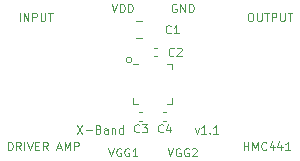
<source format=gbr>
%TF.GenerationSoftware,KiCad,Pcbnew,8.0.0*%
%TF.CreationDate,2024-07-26T18:05:43-04:00*%
%TF.ProjectId,X-Band Amplifier HMC441,582d4261-6e64-4204-916d-706c69666965,v1.1*%
%TF.SameCoordinates,Original*%
%TF.FileFunction,Legend,Top*%
%TF.FilePolarity,Positive*%
%FSLAX46Y46*%
G04 Gerber Fmt 4.6, Leading zero omitted, Abs format (unit mm)*
G04 Created by KiCad (PCBNEW 8.0.0) date 2024-07-26 18:05:43*
%MOMM*%
%LPD*%
G01*
G04 APERTURE LIST*
%ADD10C,0.120000*%
G04 APERTURE END LIST*
D10*
X143272000Y-67513426D02*
X143438666Y-67980093D01*
X143438666Y-67980093D02*
X143605333Y-67513426D01*
X144238666Y-67980093D02*
X143838666Y-67980093D01*
X144038666Y-67980093D02*
X144038666Y-67280093D01*
X144038666Y-67280093D02*
X143971999Y-67380093D01*
X143971999Y-67380093D02*
X143905333Y-67446760D01*
X143905333Y-67446760D02*
X143838666Y-67480093D01*
X144538666Y-67913426D02*
X144572000Y-67946760D01*
X144572000Y-67946760D02*
X144538666Y-67980093D01*
X144538666Y-67980093D02*
X144505333Y-67946760D01*
X144505333Y-67946760D02*
X144538666Y-67913426D01*
X144538666Y-67913426D02*
X144538666Y-67980093D01*
X145238666Y-67980093D02*
X144838666Y-67980093D01*
X145038666Y-67980093D02*
X145038666Y-67280093D01*
X145038666Y-67280093D02*
X144971999Y-67380093D01*
X144971999Y-67380093D02*
X144905333Y-67446760D01*
X144905333Y-67446760D02*
X144838666Y-67480093D01*
X133288334Y-67280093D02*
X133755000Y-67980093D01*
X133755000Y-67280093D02*
X133288334Y-67980093D01*
X134021667Y-67713426D02*
X134555001Y-67713426D01*
X135121668Y-67613426D02*
X135221668Y-67646760D01*
X135221668Y-67646760D02*
X135255001Y-67680093D01*
X135255001Y-67680093D02*
X135288334Y-67746760D01*
X135288334Y-67746760D02*
X135288334Y-67846760D01*
X135288334Y-67846760D02*
X135255001Y-67913426D01*
X135255001Y-67913426D02*
X135221668Y-67946760D01*
X135221668Y-67946760D02*
X135155001Y-67980093D01*
X135155001Y-67980093D02*
X134888334Y-67980093D01*
X134888334Y-67980093D02*
X134888334Y-67280093D01*
X134888334Y-67280093D02*
X135121668Y-67280093D01*
X135121668Y-67280093D02*
X135188334Y-67313426D01*
X135188334Y-67313426D02*
X135221668Y-67346760D01*
X135221668Y-67346760D02*
X135255001Y-67413426D01*
X135255001Y-67413426D02*
X135255001Y-67480093D01*
X135255001Y-67480093D02*
X135221668Y-67546760D01*
X135221668Y-67546760D02*
X135188334Y-67580093D01*
X135188334Y-67580093D02*
X135121668Y-67613426D01*
X135121668Y-67613426D02*
X134888334Y-67613426D01*
X135888334Y-67980093D02*
X135888334Y-67613426D01*
X135888334Y-67613426D02*
X135855001Y-67546760D01*
X135855001Y-67546760D02*
X135788334Y-67513426D01*
X135788334Y-67513426D02*
X135655001Y-67513426D01*
X135655001Y-67513426D02*
X135588334Y-67546760D01*
X135888334Y-67946760D02*
X135821668Y-67980093D01*
X135821668Y-67980093D02*
X135655001Y-67980093D01*
X135655001Y-67980093D02*
X135588334Y-67946760D01*
X135588334Y-67946760D02*
X135555001Y-67880093D01*
X135555001Y-67880093D02*
X135555001Y-67813426D01*
X135555001Y-67813426D02*
X135588334Y-67746760D01*
X135588334Y-67746760D02*
X135655001Y-67713426D01*
X135655001Y-67713426D02*
X135821668Y-67713426D01*
X135821668Y-67713426D02*
X135888334Y-67680093D01*
X136221667Y-67513426D02*
X136221667Y-67980093D01*
X136221667Y-67580093D02*
X136255001Y-67546760D01*
X136255001Y-67546760D02*
X136321667Y-67513426D01*
X136321667Y-67513426D02*
X136421667Y-67513426D01*
X136421667Y-67513426D02*
X136488334Y-67546760D01*
X136488334Y-67546760D02*
X136521667Y-67613426D01*
X136521667Y-67613426D02*
X136521667Y-67980093D01*
X137155000Y-67980093D02*
X137155000Y-67280093D01*
X137155000Y-67946760D02*
X137088334Y-67980093D01*
X137088334Y-67980093D02*
X136955000Y-67980093D01*
X136955000Y-67980093D02*
X136888334Y-67946760D01*
X136888334Y-67946760D02*
X136855000Y-67913426D01*
X136855000Y-67913426D02*
X136821667Y-67846760D01*
X136821667Y-67846760D02*
X136821667Y-67646760D01*
X136821667Y-67646760D02*
X136855000Y-67580093D01*
X136855000Y-67580093D02*
X136888334Y-67546760D01*
X136888334Y-67546760D02*
X136955000Y-67513426D01*
X136955000Y-67513426D02*
X137088334Y-67513426D01*
X137088334Y-67513426D02*
X137155000Y-67546760D01*
X140973333Y-69210493D02*
X141206667Y-69910493D01*
X141206667Y-69910493D02*
X141440000Y-69210493D01*
X142040000Y-69243826D02*
X141973333Y-69210493D01*
X141973333Y-69210493D02*
X141873333Y-69210493D01*
X141873333Y-69210493D02*
X141773333Y-69243826D01*
X141773333Y-69243826D02*
X141706667Y-69310493D01*
X141706667Y-69310493D02*
X141673333Y-69377160D01*
X141673333Y-69377160D02*
X141640000Y-69510493D01*
X141640000Y-69510493D02*
X141640000Y-69610493D01*
X141640000Y-69610493D02*
X141673333Y-69743826D01*
X141673333Y-69743826D02*
X141706667Y-69810493D01*
X141706667Y-69810493D02*
X141773333Y-69877160D01*
X141773333Y-69877160D02*
X141873333Y-69910493D01*
X141873333Y-69910493D02*
X141940000Y-69910493D01*
X141940000Y-69910493D02*
X142040000Y-69877160D01*
X142040000Y-69877160D02*
X142073333Y-69843826D01*
X142073333Y-69843826D02*
X142073333Y-69610493D01*
X142073333Y-69610493D02*
X141940000Y-69610493D01*
X142740000Y-69243826D02*
X142673333Y-69210493D01*
X142673333Y-69210493D02*
X142573333Y-69210493D01*
X142573333Y-69210493D02*
X142473333Y-69243826D01*
X142473333Y-69243826D02*
X142406667Y-69310493D01*
X142406667Y-69310493D02*
X142373333Y-69377160D01*
X142373333Y-69377160D02*
X142340000Y-69510493D01*
X142340000Y-69510493D02*
X142340000Y-69610493D01*
X142340000Y-69610493D02*
X142373333Y-69743826D01*
X142373333Y-69743826D02*
X142406667Y-69810493D01*
X142406667Y-69810493D02*
X142473333Y-69877160D01*
X142473333Y-69877160D02*
X142573333Y-69910493D01*
X142573333Y-69910493D02*
X142640000Y-69910493D01*
X142640000Y-69910493D02*
X142740000Y-69877160D01*
X142740000Y-69877160D02*
X142773333Y-69843826D01*
X142773333Y-69843826D02*
X142773333Y-69610493D01*
X142773333Y-69610493D02*
X142640000Y-69610493D01*
X143040000Y-69277160D02*
X143073333Y-69243826D01*
X143073333Y-69243826D02*
X143140000Y-69210493D01*
X143140000Y-69210493D02*
X143306667Y-69210493D01*
X143306667Y-69210493D02*
X143373333Y-69243826D01*
X143373333Y-69243826D02*
X143406667Y-69277160D01*
X143406667Y-69277160D02*
X143440000Y-69343826D01*
X143440000Y-69343826D02*
X143440000Y-69410493D01*
X143440000Y-69410493D02*
X143406667Y-69510493D01*
X143406667Y-69510493D02*
X143006667Y-69910493D01*
X143006667Y-69910493D02*
X143440000Y-69910493D01*
X147922668Y-57755093D02*
X148056001Y-57755093D01*
X148056001Y-57755093D02*
X148122668Y-57788426D01*
X148122668Y-57788426D02*
X148189334Y-57855093D01*
X148189334Y-57855093D02*
X148222668Y-57988426D01*
X148222668Y-57988426D02*
X148222668Y-58221760D01*
X148222668Y-58221760D02*
X148189334Y-58355093D01*
X148189334Y-58355093D02*
X148122668Y-58421760D01*
X148122668Y-58421760D02*
X148056001Y-58455093D01*
X148056001Y-58455093D02*
X147922668Y-58455093D01*
X147922668Y-58455093D02*
X147856001Y-58421760D01*
X147856001Y-58421760D02*
X147789334Y-58355093D01*
X147789334Y-58355093D02*
X147756001Y-58221760D01*
X147756001Y-58221760D02*
X147756001Y-57988426D01*
X147756001Y-57988426D02*
X147789334Y-57855093D01*
X147789334Y-57855093D02*
X147856001Y-57788426D01*
X147856001Y-57788426D02*
X147922668Y-57755093D01*
X148522667Y-57755093D02*
X148522667Y-58321760D01*
X148522667Y-58321760D02*
X148556001Y-58388426D01*
X148556001Y-58388426D02*
X148589334Y-58421760D01*
X148589334Y-58421760D02*
X148656001Y-58455093D01*
X148656001Y-58455093D02*
X148789334Y-58455093D01*
X148789334Y-58455093D02*
X148856001Y-58421760D01*
X148856001Y-58421760D02*
X148889334Y-58388426D01*
X148889334Y-58388426D02*
X148922667Y-58321760D01*
X148922667Y-58321760D02*
X148922667Y-57755093D01*
X149156000Y-57755093D02*
X149556000Y-57755093D01*
X149356000Y-58455093D02*
X149356000Y-57755093D01*
X149789333Y-58455093D02*
X149789333Y-57755093D01*
X149789333Y-57755093D02*
X150056000Y-57755093D01*
X150056000Y-57755093D02*
X150122667Y-57788426D01*
X150122667Y-57788426D02*
X150156000Y-57821760D01*
X150156000Y-57821760D02*
X150189333Y-57888426D01*
X150189333Y-57888426D02*
X150189333Y-57988426D01*
X150189333Y-57988426D02*
X150156000Y-58055093D01*
X150156000Y-58055093D02*
X150122667Y-58088426D01*
X150122667Y-58088426D02*
X150056000Y-58121760D01*
X150056000Y-58121760D02*
X149789333Y-58121760D01*
X150489333Y-57755093D02*
X150489333Y-58321760D01*
X150489333Y-58321760D02*
X150522667Y-58388426D01*
X150522667Y-58388426D02*
X150556000Y-58421760D01*
X150556000Y-58421760D02*
X150622667Y-58455093D01*
X150622667Y-58455093D02*
X150756000Y-58455093D01*
X150756000Y-58455093D02*
X150822667Y-58421760D01*
X150822667Y-58421760D02*
X150856000Y-58388426D01*
X150856000Y-58388426D02*
X150889333Y-58321760D01*
X150889333Y-58321760D02*
X150889333Y-57755093D01*
X151122666Y-57755093D02*
X151522666Y-57755093D01*
X151322666Y-58455093D02*
X151322666Y-57755093D01*
X147401999Y-69377093D02*
X147401999Y-68677093D01*
X147401999Y-69010426D02*
X147801999Y-69010426D01*
X147801999Y-69377093D02*
X147801999Y-68677093D01*
X148135332Y-69377093D02*
X148135332Y-68677093D01*
X148135332Y-68677093D02*
X148368666Y-69177093D01*
X148368666Y-69177093D02*
X148601999Y-68677093D01*
X148601999Y-68677093D02*
X148601999Y-69377093D01*
X149335332Y-69310426D02*
X149301999Y-69343760D01*
X149301999Y-69343760D02*
X149201999Y-69377093D01*
X149201999Y-69377093D02*
X149135332Y-69377093D01*
X149135332Y-69377093D02*
X149035332Y-69343760D01*
X149035332Y-69343760D02*
X148968666Y-69277093D01*
X148968666Y-69277093D02*
X148935332Y-69210426D01*
X148935332Y-69210426D02*
X148901999Y-69077093D01*
X148901999Y-69077093D02*
X148901999Y-68977093D01*
X148901999Y-68977093D02*
X148935332Y-68843760D01*
X148935332Y-68843760D02*
X148968666Y-68777093D01*
X148968666Y-68777093D02*
X149035332Y-68710426D01*
X149035332Y-68710426D02*
X149135332Y-68677093D01*
X149135332Y-68677093D02*
X149201999Y-68677093D01*
X149201999Y-68677093D02*
X149301999Y-68710426D01*
X149301999Y-68710426D02*
X149335332Y-68743760D01*
X149935332Y-68910426D02*
X149935332Y-69377093D01*
X149768666Y-68643760D02*
X149601999Y-69143760D01*
X149601999Y-69143760D02*
X150035332Y-69143760D01*
X150601999Y-68910426D02*
X150601999Y-69377093D01*
X150435333Y-68643760D02*
X150268666Y-69143760D01*
X150268666Y-69143760D02*
X150701999Y-69143760D01*
X151335333Y-69377093D02*
X150935333Y-69377093D01*
X151135333Y-69377093D02*
X151135333Y-68677093D01*
X151135333Y-68677093D02*
X151068666Y-68777093D01*
X151068666Y-68777093D02*
X151002000Y-68843760D01*
X151002000Y-68843760D02*
X150935333Y-68877093D01*
X136226666Y-56993093D02*
X136460000Y-57693093D01*
X136460000Y-57693093D02*
X136693333Y-56993093D01*
X136926666Y-57693093D02*
X136926666Y-56993093D01*
X136926666Y-56993093D02*
X137093333Y-56993093D01*
X137093333Y-56993093D02*
X137193333Y-57026426D01*
X137193333Y-57026426D02*
X137260000Y-57093093D01*
X137260000Y-57093093D02*
X137293333Y-57159760D01*
X137293333Y-57159760D02*
X137326666Y-57293093D01*
X137326666Y-57293093D02*
X137326666Y-57393093D01*
X137326666Y-57393093D02*
X137293333Y-57526426D01*
X137293333Y-57526426D02*
X137260000Y-57593093D01*
X137260000Y-57593093D02*
X137193333Y-57659760D01*
X137193333Y-57659760D02*
X137093333Y-57693093D01*
X137093333Y-57693093D02*
X136926666Y-57693093D01*
X137626666Y-57693093D02*
X137626666Y-56993093D01*
X137626666Y-56993093D02*
X137793333Y-56993093D01*
X137793333Y-56993093D02*
X137893333Y-57026426D01*
X137893333Y-57026426D02*
X137960000Y-57093093D01*
X137960000Y-57093093D02*
X137993333Y-57159760D01*
X137993333Y-57159760D02*
X138026666Y-57293093D01*
X138026666Y-57293093D02*
X138026666Y-57393093D01*
X138026666Y-57393093D02*
X137993333Y-57526426D01*
X137993333Y-57526426D02*
X137960000Y-57593093D01*
X137960000Y-57593093D02*
X137893333Y-57659760D01*
X137893333Y-57659760D02*
X137793333Y-57693093D01*
X137793333Y-57693093D02*
X137626666Y-57693093D01*
X135944133Y-69210493D02*
X136177467Y-69910493D01*
X136177467Y-69910493D02*
X136410800Y-69210493D01*
X137010800Y-69243826D02*
X136944133Y-69210493D01*
X136944133Y-69210493D02*
X136844133Y-69210493D01*
X136844133Y-69210493D02*
X136744133Y-69243826D01*
X136744133Y-69243826D02*
X136677467Y-69310493D01*
X136677467Y-69310493D02*
X136644133Y-69377160D01*
X136644133Y-69377160D02*
X136610800Y-69510493D01*
X136610800Y-69510493D02*
X136610800Y-69610493D01*
X136610800Y-69610493D02*
X136644133Y-69743826D01*
X136644133Y-69743826D02*
X136677467Y-69810493D01*
X136677467Y-69810493D02*
X136744133Y-69877160D01*
X136744133Y-69877160D02*
X136844133Y-69910493D01*
X136844133Y-69910493D02*
X136910800Y-69910493D01*
X136910800Y-69910493D02*
X137010800Y-69877160D01*
X137010800Y-69877160D02*
X137044133Y-69843826D01*
X137044133Y-69843826D02*
X137044133Y-69610493D01*
X137044133Y-69610493D02*
X136910800Y-69610493D01*
X137710800Y-69243826D02*
X137644133Y-69210493D01*
X137644133Y-69210493D02*
X137544133Y-69210493D01*
X137544133Y-69210493D02*
X137444133Y-69243826D01*
X137444133Y-69243826D02*
X137377467Y-69310493D01*
X137377467Y-69310493D02*
X137344133Y-69377160D01*
X137344133Y-69377160D02*
X137310800Y-69510493D01*
X137310800Y-69510493D02*
X137310800Y-69610493D01*
X137310800Y-69610493D02*
X137344133Y-69743826D01*
X137344133Y-69743826D02*
X137377467Y-69810493D01*
X137377467Y-69810493D02*
X137444133Y-69877160D01*
X137444133Y-69877160D02*
X137544133Y-69910493D01*
X137544133Y-69910493D02*
X137610800Y-69910493D01*
X137610800Y-69910493D02*
X137710800Y-69877160D01*
X137710800Y-69877160D02*
X137744133Y-69843826D01*
X137744133Y-69843826D02*
X137744133Y-69610493D01*
X137744133Y-69610493D02*
X137610800Y-69610493D01*
X138410800Y-69910493D02*
X138010800Y-69910493D01*
X138210800Y-69910493D02*
X138210800Y-69210493D01*
X138210800Y-69210493D02*
X138144133Y-69310493D01*
X138144133Y-69310493D02*
X138077467Y-69377160D01*
X138077467Y-69377160D02*
X138010800Y-69410493D01*
X127445667Y-69377093D02*
X127445667Y-68677093D01*
X127445667Y-68677093D02*
X127612334Y-68677093D01*
X127612334Y-68677093D02*
X127712334Y-68710426D01*
X127712334Y-68710426D02*
X127779001Y-68777093D01*
X127779001Y-68777093D02*
X127812334Y-68843760D01*
X127812334Y-68843760D02*
X127845667Y-68977093D01*
X127845667Y-68977093D02*
X127845667Y-69077093D01*
X127845667Y-69077093D02*
X127812334Y-69210426D01*
X127812334Y-69210426D02*
X127779001Y-69277093D01*
X127779001Y-69277093D02*
X127712334Y-69343760D01*
X127712334Y-69343760D02*
X127612334Y-69377093D01*
X127612334Y-69377093D02*
X127445667Y-69377093D01*
X128545667Y-69377093D02*
X128312334Y-69043760D01*
X128145667Y-69377093D02*
X128145667Y-68677093D01*
X128145667Y-68677093D02*
X128412334Y-68677093D01*
X128412334Y-68677093D02*
X128479001Y-68710426D01*
X128479001Y-68710426D02*
X128512334Y-68743760D01*
X128512334Y-68743760D02*
X128545667Y-68810426D01*
X128545667Y-68810426D02*
X128545667Y-68910426D01*
X128545667Y-68910426D02*
X128512334Y-68977093D01*
X128512334Y-68977093D02*
X128479001Y-69010426D01*
X128479001Y-69010426D02*
X128412334Y-69043760D01*
X128412334Y-69043760D02*
X128145667Y-69043760D01*
X128845667Y-69377093D02*
X128845667Y-68677093D01*
X129079000Y-68677093D02*
X129312334Y-69377093D01*
X129312334Y-69377093D02*
X129545667Y-68677093D01*
X129779000Y-69010426D02*
X130012334Y-69010426D01*
X130112334Y-69377093D02*
X129779000Y-69377093D01*
X129779000Y-69377093D02*
X129779000Y-68677093D01*
X129779000Y-68677093D02*
X130112334Y-68677093D01*
X130812333Y-69377093D02*
X130579000Y-69043760D01*
X130412333Y-69377093D02*
X130412333Y-68677093D01*
X130412333Y-68677093D02*
X130679000Y-68677093D01*
X130679000Y-68677093D02*
X130745667Y-68710426D01*
X130745667Y-68710426D02*
X130779000Y-68743760D01*
X130779000Y-68743760D02*
X130812333Y-68810426D01*
X130812333Y-68810426D02*
X130812333Y-68910426D01*
X130812333Y-68910426D02*
X130779000Y-68977093D01*
X130779000Y-68977093D02*
X130745667Y-69010426D01*
X130745667Y-69010426D02*
X130679000Y-69043760D01*
X130679000Y-69043760D02*
X130412333Y-69043760D01*
X131612333Y-69177093D02*
X131945666Y-69177093D01*
X131545666Y-69377093D02*
X131779000Y-68677093D01*
X131779000Y-68677093D02*
X132012333Y-69377093D01*
X132245666Y-69377093D02*
X132245666Y-68677093D01*
X132245666Y-68677093D02*
X132479000Y-69177093D01*
X132479000Y-69177093D02*
X132712333Y-68677093D01*
X132712333Y-68677093D02*
X132712333Y-69377093D01*
X133045666Y-69377093D02*
X133045666Y-68677093D01*
X133045666Y-68677093D02*
X133312333Y-68677093D01*
X133312333Y-68677093D02*
X133379000Y-68710426D01*
X133379000Y-68710426D02*
X133412333Y-68743760D01*
X133412333Y-68743760D02*
X133445666Y-68810426D01*
X133445666Y-68810426D02*
X133445666Y-68910426D01*
X133445666Y-68910426D02*
X133412333Y-68977093D01*
X133412333Y-68977093D02*
X133379000Y-69010426D01*
X133379000Y-69010426D02*
X133312333Y-69043760D01*
X133312333Y-69043760D02*
X133045666Y-69043760D01*
X141706667Y-57026426D02*
X141640000Y-56993093D01*
X141640000Y-56993093D02*
X141540000Y-56993093D01*
X141540000Y-56993093D02*
X141440000Y-57026426D01*
X141440000Y-57026426D02*
X141373334Y-57093093D01*
X141373334Y-57093093D02*
X141340000Y-57159760D01*
X141340000Y-57159760D02*
X141306667Y-57293093D01*
X141306667Y-57293093D02*
X141306667Y-57393093D01*
X141306667Y-57393093D02*
X141340000Y-57526426D01*
X141340000Y-57526426D02*
X141373334Y-57593093D01*
X141373334Y-57593093D02*
X141440000Y-57659760D01*
X141440000Y-57659760D02*
X141540000Y-57693093D01*
X141540000Y-57693093D02*
X141606667Y-57693093D01*
X141606667Y-57693093D02*
X141706667Y-57659760D01*
X141706667Y-57659760D02*
X141740000Y-57626426D01*
X141740000Y-57626426D02*
X141740000Y-57393093D01*
X141740000Y-57393093D02*
X141606667Y-57393093D01*
X142040000Y-57693093D02*
X142040000Y-56993093D01*
X142040000Y-56993093D02*
X142440000Y-57693093D01*
X142440000Y-57693093D02*
X142440000Y-56993093D01*
X142773333Y-57693093D02*
X142773333Y-56993093D01*
X142773333Y-56993093D02*
X142940000Y-56993093D01*
X142940000Y-56993093D02*
X143040000Y-57026426D01*
X143040000Y-57026426D02*
X143106667Y-57093093D01*
X143106667Y-57093093D02*
X143140000Y-57159760D01*
X143140000Y-57159760D02*
X143173333Y-57293093D01*
X143173333Y-57293093D02*
X143173333Y-57393093D01*
X143173333Y-57393093D02*
X143140000Y-57526426D01*
X143140000Y-57526426D02*
X143106667Y-57593093D01*
X143106667Y-57593093D02*
X143040000Y-57659760D01*
X143040000Y-57659760D02*
X142940000Y-57693093D01*
X142940000Y-57693093D02*
X142773333Y-57693093D01*
X128444000Y-58455093D02*
X128444000Y-57755093D01*
X128777333Y-58455093D02*
X128777333Y-57755093D01*
X128777333Y-57755093D02*
X129177333Y-58455093D01*
X129177333Y-58455093D02*
X129177333Y-57755093D01*
X129510666Y-58455093D02*
X129510666Y-57755093D01*
X129510666Y-57755093D02*
X129777333Y-57755093D01*
X129777333Y-57755093D02*
X129844000Y-57788426D01*
X129844000Y-57788426D02*
X129877333Y-57821760D01*
X129877333Y-57821760D02*
X129910666Y-57888426D01*
X129910666Y-57888426D02*
X129910666Y-57988426D01*
X129910666Y-57988426D02*
X129877333Y-58055093D01*
X129877333Y-58055093D02*
X129844000Y-58088426D01*
X129844000Y-58088426D02*
X129777333Y-58121760D01*
X129777333Y-58121760D02*
X129510666Y-58121760D01*
X130210666Y-57755093D02*
X130210666Y-58321760D01*
X130210666Y-58321760D02*
X130244000Y-58388426D01*
X130244000Y-58388426D02*
X130277333Y-58421760D01*
X130277333Y-58421760D02*
X130344000Y-58455093D01*
X130344000Y-58455093D02*
X130477333Y-58455093D01*
X130477333Y-58455093D02*
X130544000Y-58421760D01*
X130544000Y-58421760D02*
X130577333Y-58388426D01*
X130577333Y-58388426D02*
X130610666Y-58321760D01*
X130610666Y-58321760D02*
X130610666Y-57755093D01*
X130843999Y-57755093D02*
X131243999Y-57755093D01*
X131043999Y-58455093D02*
X131043999Y-57755093D01*
X141234333Y-59432926D02*
X141201000Y-59466260D01*
X141201000Y-59466260D02*
X141101000Y-59499593D01*
X141101000Y-59499593D02*
X141034333Y-59499593D01*
X141034333Y-59499593D02*
X140934333Y-59466260D01*
X140934333Y-59466260D02*
X140867667Y-59399593D01*
X140867667Y-59399593D02*
X140834333Y-59332926D01*
X140834333Y-59332926D02*
X140801000Y-59199593D01*
X140801000Y-59199593D02*
X140801000Y-59099593D01*
X140801000Y-59099593D02*
X140834333Y-58966260D01*
X140834333Y-58966260D02*
X140867667Y-58899593D01*
X140867667Y-58899593D02*
X140934333Y-58832926D01*
X140934333Y-58832926D02*
X141034333Y-58799593D01*
X141034333Y-58799593D02*
X141101000Y-58799593D01*
X141101000Y-58799593D02*
X141201000Y-58832926D01*
X141201000Y-58832926D02*
X141234333Y-58866260D01*
X141901000Y-59499593D02*
X141501000Y-59499593D01*
X141701000Y-59499593D02*
X141701000Y-58799593D01*
X141701000Y-58799593D02*
X141634333Y-58899593D01*
X141634333Y-58899593D02*
X141567667Y-58966260D01*
X141567667Y-58966260D02*
X141501000Y-58999593D01*
X140599333Y-67814926D02*
X140566000Y-67848260D01*
X140566000Y-67848260D02*
X140466000Y-67881593D01*
X140466000Y-67881593D02*
X140399333Y-67881593D01*
X140399333Y-67881593D02*
X140299333Y-67848260D01*
X140299333Y-67848260D02*
X140232667Y-67781593D01*
X140232667Y-67781593D02*
X140199333Y-67714926D01*
X140199333Y-67714926D02*
X140166000Y-67581593D01*
X140166000Y-67581593D02*
X140166000Y-67481593D01*
X140166000Y-67481593D02*
X140199333Y-67348260D01*
X140199333Y-67348260D02*
X140232667Y-67281593D01*
X140232667Y-67281593D02*
X140299333Y-67214926D01*
X140299333Y-67214926D02*
X140399333Y-67181593D01*
X140399333Y-67181593D02*
X140466000Y-67181593D01*
X140466000Y-67181593D02*
X140566000Y-67214926D01*
X140566000Y-67214926D02*
X140599333Y-67248260D01*
X141199333Y-67414926D02*
X141199333Y-67881593D01*
X141032667Y-67148260D02*
X140866000Y-67648260D01*
X140866000Y-67648260D02*
X141299333Y-67648260D01*
X138567333Y-67814926D02*
X138534000Y-67848260D01*
X138534000Y-67848260D02*
X138434000Y-67881593D01*
X138434000Y-67881593D02*
X138367333Y-67881593D01*
X138367333Y-67881593D02*
X138267333Y-67848260D01*
X138267333Y-67848260D02*
X138200667Y-67781593D01*
X138200667Y-67781593D02*
X138167333Y-67714926D01*
X138167333Y-67714926D02*
X138134000Y-67581593D01*
X138134000Y-67581593D02*
X138134000Y-67481593D01*
X138134000Y-67481593D02*
X138167333Y-67348260D01*
X138167333Y-67348260D02*
X138200667Y-67281593D01*
X138200667Y-67281593D02*
X138267333Y-67214926D01*
X138267333Y-67214926D02*
X138367333Y-67181593D01*
X138367333Y-67181593D02*
X138434000Y-67181593D01*
X138434000Y-67181593D02*
X138534000Y-67214926D01*
X138534000Y-67214926D02*
X138567333Y-67248260D01*
X138800667Y-67181593D02*
X139234000Y-67181593D01*
X139234000Y-67181593D02*
X139000667Y-67448260D01*
X139000667Y-67448260D02*
X139100667Y-67448260D01*
X139100667Y-67448260D02*
X139167333Y-67481593D01*
X139167333Y-67481593D02*
X139200667Y-67514926D01*
X139200667Y-67514926D02*
X139234000Y-67581593D01*
X139234000Y-67581593D02*
X139234000Y-67748260D01*
X139234000Y-67748260D02*
X139200667Y-67814926D01*
X139200667Y-67814926D02*
X139167333Y-67848260D01*
X139167333Y-67848260D02*
X139100667Y-67881593D01*
X139100667Y-67881593D02*
X138900667Y-67881593D01*
X138900667Y-67881593D02*
X138834000Y-67848260D01*
X138834000Y-67848260D02*
X138800667Y-67814926D01*
X141488333Y-61337926D02*
X141455000Y-61371260D01*
X141455000Y-61371260D02*
X141355000Y-61404593D01*
X141355000Y-61404593D02*
X141288333Y-61404593D01*
X141288333Y-61404593D02*
X141188333Y-61371260D01*
X141188333Y-61371260D02*
X141121667Y-61304593D01*
X141121667Y-61304593D02*
X141088333Y-61237926D01*
X141088333Y-61237926D02*
X141055000Y-61104593D01*
X141055000Y-61104593D02*
X141055000Y-61004593D01*
X141055000Y-61004593D02*
X141088333Y-60871260D01*
X141088333Y-60871260D02*
X141121667Y-60804593D01*
X141121667Y-60804593D02*
X141188333Y-60737926D01*
X141188333Y-60737926D02*
X141288333Y-60704593D01*
X141288333Y-60704593D02*
X141355000Y-60704593D01*
X141355000Y-60704593D02*
X141455000Y-60737926D01*
X141455000Y-60737926D02*
X141488333Y-60771260D01*
X141755000Y-60771260D02*
X141788333Y-60737926D01*
X141788333Y-60737926D02*
X141855000Y-60704593D01*
X141855000Y-60704593D02*
X142021667Y-60704593D01*
X142021667Y-60704593D02*
X142088333Y-60737926D01*
X142088333Y-60737926D02*
X142121667Y-60771260D01*
X142121667Y-60771260D02*
X142155000Y-60837926D01*
X142155000Y-60837926D02*
X142155000Y-60904593D01*
X142155000Y-60904593D02*
X142121667Y-61004593D01*
X142121667Y-61004593D02*
X141721667Y-61404593D01*
X141721667Y-61404593D02*
X142155000Y-61404593D01*
%TO.C,C1*%
X138295748Y-58447000D02*
X138818252Y-58447000D01*
X138295748Y-59917000D02*
X138818252Y-59917000D01*
%TO.C,U1*%
X138023600Y-64963741D02*
X138023600Y-65430400D01*
X138023600Y-65430400D02*
X138490259Y-65430400D01*
X138490259Y-62077600D02*
X138023600Y-62077600D01*
X140909741Y-65430400D02*
X141376400Y-65430400D01*
X141376400Y-62077600D02*
X140909741Y-62077600D01*
X141376400Y-62544259D02*
X141376400Y-62077600D01*
X141376400Y-65430400D02*
X141376400Y-64963741D01*
X137950000Y-61754000D02*
G75*
G02*
X137450000Y-61754000I-250000J0D01*
G01*
X137450000Y-61754000D02*
G75*
G02*
X137950000Y-61754000I250000J0D01*
G01*
%TO.C,C4*%
X140608164Y-66188000D02*
X140823836Y-66188000D01*
X140608164Y-66908000D02*
X140823836Y-66908000D01*
%TO.C,C3*%
X138576164Y-66188000D02*
X138791836Y-66188000D01*
X138576164Y-66908000D02*
X138791836Y-66908000D01*
%TO.C,C2*%
X140061836Y-61447000D02*
X139846164Y-61447000D01*
X140061836Y-60727000D02*
X139846164Y-60727000D01*
%TD*%
M02*

</source>
